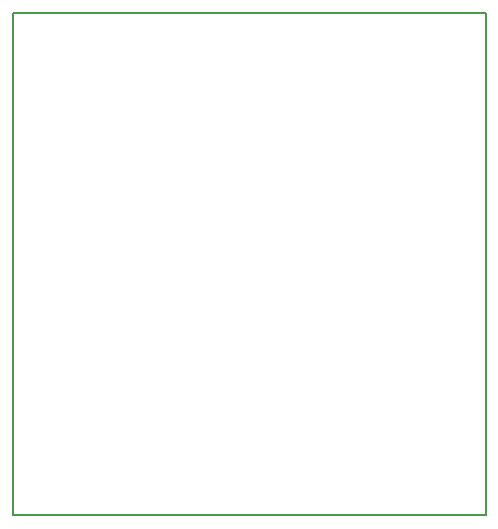
<source format=gbr>
G04 PROTEUS GERBER X2 FILE*
%TF.GenerationSoftware,Labcenter,Proteus,8.6-SP2-Build23525*%
%TF.CreationDate,2021-09-04T14:22:35+00:00*%
%TF.FileFunction,NonPlated,1,2,NPTH*%
%TF.FilePolarity,Positive*%
%TF.Part,Single*%
%FSLAX45Y45*%
%MOMM*%
G01*
%TA.AperFunction,Profile*%
%ADD19C,0.203200*%
%TD.AperFunction*%
D19*
X-4000000Y+3000000D02*
X-4000000Y-1250000D01*
X+0Y-1250000D01*
X+0Y+3000000D01*
X-4000000Y+3000000D02*
X+0Y+3000000D01*
M02*

</source>
